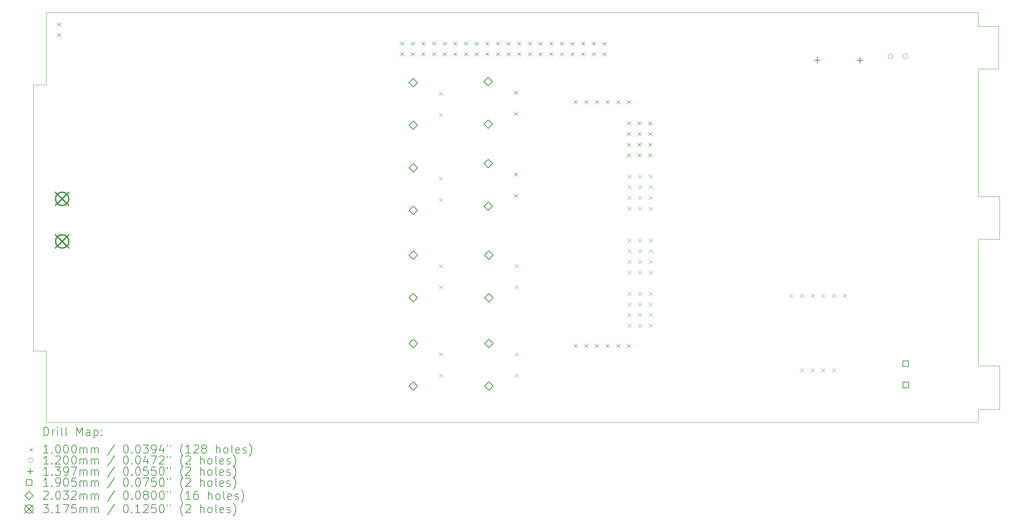
<source format=gbr>
%TF.GenerationSoftware,KiCad,Pcbnew,(6.0.10-0)*%
%TF.CreationDate,2023-01-03T15:39:17-08:00*%
%TF.ProjectId,lasagna-motherboard,6c617361-676e-4612-9d6d-6f7468657262,v0.1*%
%TF.SameCoordinates,Original*%
%TF.FileFunction,Drillmap*%
%TF.FilePolarity,Positive*%
%FSLAX45Y45*%
G04 Gerber Fmt 4.5, Leading zero omitted, Abs format (unit mm)*
G04 Created by KiCad (PCBNEW (6.0.10-0)) date 2023-01-03 15:39:17*
%MOMM*%
%LPD*%
G01*
G04 APERTURE LIST*
%ADD10C,0.100000*%
%ADD11C,0.200000*%
%ADD12C,0.120000*%
%ADD13C,0.139700*%
%ADD14C,0.190500*%
%ADD15C,0.203200*%
%ADD16C,0.317500*%
G04 APERTURE END LIST*
D10*
X26568400Y-14757400D02*
X26060400Y-14757400D01*
X26568400Y-15798800D02*
X26568400Y-14757400D01*
X26543000Y-6654800D02*
X26060400Y-6654800D01*
X3835400Y-16103600D02*
X26060400Y-16103600D01*
X3835400Y-8051800D02*
X3530600Y-8051800D01*
X26543000Y-7670800D02*
X26543000Y-6654800D01*
X3835400Y-14401800D02*
X3835400Y-16103600D01*
X26060400Y-6654800D02*
X26060400Y-6324600D01*
X26060400Y-11734800D02*
X26568400Y-11734800D01*
X3530600Y-14401800D02*
X3835400Y-14401800D01*
X26568400Y-11734800D02*
X26568400Y-10718800D01*
X26060400Y-10718800D02*
X26060400Y-7670800D01*
X26568400Y-10718800D02*
X26060400Y-10718800D01*
X3835400Y-6324600D02*
X3835400Y-8051800D01*
X26060400Y-15798800D02*
X26568400Y-15798800D01*
X26060400Y-7670800D02*
X26543000Y-7670800D01*
X26060400Y-16103600D02*
X26060400Y-15798800D01*
X3530600Y-8051800D02*
X3530600Y-14401800D01*
X26060400Y-14757400D02*
X26060400Y-11734800D01*
X26060400Y-6324600D02*
X3835400Y-6324600D01*
D11*
D10*
X4090200Y-6554000D02*
X4190200Y-6654000D01*
X4190200Y-6554000D02*
X4090200Y-6654000D01*
X4090200Y-6808000D02*
X4190200Y-6908000D01*
X4190200Y-6808000D02*
X4090200Y-6908000D01*
X12269000Y-7011200D02*
X12369000Y-7111200D01*
X12369000Y-7011200D02*
X12269000Y-7111200D01*
X12269000Y-7265200D02*
X12369000Y-7365200D01*
X12369000Y-7265200D02*
X12269000Y-7365200D01*
X12523000Y-7011200D02*
X12623000Y-7111200D01*
X12623000Y-7011200D02*
X12523000Y-7111200D01*
X12523000Y-7265200D02*
X12623000Y-7365200D01*
X12623000Y-7265200D02*
X12523000Y-7365200D01*
X12777000Y-7011200D02*
X12877000Y-7111200D01*
X12877000Y-7011200D02*
X12777000Y-7111200D01*
X12777000Y-7265200D02*
X12877000Y-7365200D01*
X12877000Y-7265200D02*
X12777000Y-7365200D01*
X13031000Y-7011200D02*
X13131000Y-7111200D01*
X13131000Y-7011200D02*
X13031000Y-7111200D01*
X13031000Y-7265200D02*
X13131000Y-7365200D01*
X13131000Y-7265200D02*
X13031000Y-7365200D01*
X13196100Y-8205000D02*
X13296100Y-8305000D01*
X13296100Y-8205000D02*
X13196100Y-8305000D01*
X13196100Y-8713000D02*
X13296100Y-8813000D01*
X13296100Y-8713000D02*
X13196100Y-8813000D01*
X13196100Y-10237000D02*
X13296100Y-10337000D01*
X13296100Y-10237000D02*
X13196100Y-10337000D01*
X13196100Y-10745000D02*
X13296100Y-10845000D01*
X13296100Y-10745000D02*
X13196100Y-10845000D01*
X13196100Y-12319800D02*
X13296100Y-12419800D01*
X13296100Y-12319800D02*
X13196100Y-12419800D01*
X13196100Y-12827800D02*
X13296100Y-12927800D01*
X13296100Y-12827800D02*
X13196100Y-12927800D01*
X13196100Y-14428000D02*
X13296100Y-14528000D01*
X13296100Y-14428000D02*
X13196100Y-14528000D01*
X13196100Y-14936000D02*
X13296100Y-15036000D01*
X13296100Y-14936000D02*
X13196100Y-15036000D01*
X13285000Y-7011200D02*
X13385000Y-7111200D01*
X13385000Y-7011200D02*
X13285000Y-7111200D01*
X13285000Y-7265200D02*
X13385000Y-7365200D01*
X13385000Y-7265200D02*
X13285000Y-7365200D01*
X13539000Y-7011200D02*
X13639000Y-7111200D01*
X13639000Y-7011200D02*
X13539000Y-7111200D01*
X13539000Y-7265200D02*
X13639000Y-7365200D01*
X13639000Y-7265200D02*
X13539000Y-7365200D01*
X13793000Y-7011200D02*
X13893000Y-7111200D01*
X13893000Y-7011200D02*
X13793000Y-7111200D01*
X13793000Y-7265200D02*
X13893000Y-7365200D01*
X13893000Y-7265200D02*
X13793000Y-7365200D01*
X14047000Y-7011200D02*
X14147000Y-7111200D01*
X14147000Y-7011200D02*
X14047000Y-7111200D01*
X14047000Y-7265200D02*
X14147000Y-7365200D01*
X14147000Y-7265200D02*
X14047000Y-7365200D01*
X14301000Y-7011200D02*
X14401000Y-7111200D01*
X14401000Y-7011200D02*
X14301000Y-7111200D01*
X14301000Y-7265200D02*
X14401000Y-7365200D01*
X14401000Y-7265200D02*
X14301000Y-7365200D01*
X14555000Y-7011200D02*
X14655000Y-7111200D01*
X14655000Y-7011200D02*
X14555000Y-7111200D01*
X14555000Y-7265200D02*
X14655000Y-7365200D01*
X14655000Y-7265200D02*
X14555000Y-7365200D01*
X14809000Y-7011200D02*
X14909000Y-7111200D01*
X14909000Y-7011200D02*
X14809000Y-7111200D01*
X14809000Y-7265200D02*
X14909000Y-7365200D01*
X14909000Y-7265200D02*
X14809000Y-7365200D01*
X14986800Y-8179600D02*
X15086800Y-8279600D01*
X15086800Y-8179600D02*
X14986800Y-8279600D01*
X14986800Y-8687600D02*
X15086800Y-8787600D01*
X15086800Y-8687600D02*
X14986800Y-8787600D01*
X14986800Y-10135400D02*
X15086800Y-10235400D01*
X15086800Y-10135400D02*
X14986800Y-10235400D01*
X14986800Y-10643400D02*
X15086800Y-10743400D01*
X15086800Y-10643400D02*
X14986800Y-10743400D01*
X14999500Y-12319800D02*
X15099500Y-12419800D01*
X15099500Y-12319800D02*
X14999500Y-12419800D01*
X14999500Y-12827800D02*
X15099500Y-12927800D01*
X15099500Y-12827800D02*
X14999500Y-12927800D01*
X14999500Y-14428000D02*
X15099500Y-14528000D01*
X15099500Y-14428000D02*
X14999500Y-14528000D01*
X14999500Y-14936000D02*
X15099500Y-15036000D01*
X15099500Y-14936000D02*
X14999500Y-15036000D01*
X15063000Y-7011200D02*
X15163000Y-7111200D01*
X15163000Y-7011200D02*
X15063000Y-7111200D01*
X15063000Y-7265200D02*
X15163000Y-7365200D01*
X15163000Y-7265200D02*
X15063000Y-7365200D01*
X15317000Y-7011200D02*
X15417000Y-7111200D01*
X15417000Y-7011200D02*
X15317000Y-7111200D01*
X15317000Y-7265200D02*
X15417000Y-7365200D01*
X15417000Y-7265200D02*
X15317000Y-7365200D01*
X15571000Y-7011200D02*
X15671000Y-7111200D01*
X15671000Y-7011200D02*
X15571000Y-7111200D01*
X15571000Y-7265200D02*
X15671000Y-7365200D01*
X15671000Y-7265200D02*
X15571000Y-7365200D01*
X15825000Y-7011200D02*
X15925000Y-7111200D01*
X15925000Y-7011200D02*
X15825000Y-7111200D01*
X15825000Y-7265200D02*
X15925000Y-7365200D01*
X15925000Y-7265200D02*
X15825000Y-7365200D01*
X16079000Y-7011200D02*
X16179000Y-7111200D01*
X16179000Y-7011200D02*
X16079000Y-7111200D01*
X16079000Y-7265200D02*
X16179000Y-7365200D01*
X16179000Y-7265200D02*
X16079000Y-7365200D01*
X16333000Y-7011200D02*
X16433000Y-7111200D01*
X16433000Y-7011200D02*
X16333000Y-7111200D01*
X16333000Y-7265200D02*
X16433000Y-7365200D01*
X16433000Y-7265200D02*
X16333000Y-7365200D01*
X16409200Y-8408200D02*
X16509200Y-8508200D01*
X16509200Y-8408200D02*
X16409200Y-8508200D01*
X16409200Y-14224800D02*
X16509200Y-14324800D01*
X16509200Y-14224800D02*
X16409200Y-14324800D01*
X16587000Y-7011200D02*
X16687000Y-7111200D01*
X16687000Y-7011200D02*
X16587000Y-7111200D01*
X16587000Y-7265200D02*
X16687000Y-7365200D01*
X16687000Y-7265200D02*
X16587000Y-7365200D01*
X16663200Y-8408200D02*
X16763200Y-8508200D01*
X16763200Y-8408200D02*
X16663200Y-8508200D01*
X16663200Y-14224800D02*
X16763200Y-14324800D01*
X16763200Y-14224800D02*
X16663200Y-14324800D01*
X16841000Y-7011200D02*
X16941000Y-7111200D01*
X16941000Y-7011200D02*
X16841000Y-7111200D01*
X16841000Y-7265200D02*
X16941000Y-7365200D01*
X16941000Y-7265200D02*
X16841000Y-7365200D01*
X16917200Y-8408200D02*
X17017200Y-8508200D01*
X17017200Y-8408200D02*
X16917200Y-8508200D01*
X16917200Y-14224800D02*
X17017200Y-14324800D01*
X17017200Y-14224800D02*
X16917200Y-14324800D01*
X17095000Y-7011200D02*
X17195000Y-7111200D01*
X17195000Y-7011200D02*
X17095000Y-7111200D01*
X17095000Y-7265200D02*
X17195000Y-7365200D01*
X17195000Y-7265200D02*
X17095000Y-7365200D01*
X17171200Y-8408200D02*
X17271200Y-8508200D01*
X17271200Y-8408200D02*
X17171200Y-8508200D01*
X17171200Y-14224800D02*
X17271200Y-14324800D01*
X17271200Y-14224800D02*
X17171200Y-14324800D01*
X17425200Y-8408200D02*
X17525200Y-8508200D01*
X17525200Y-8408200D02*
X17425200Y-8508200D01*
X17425200Y-14224800D02*
X17525200Y-14324800D01*
X17525200Y-14224800D02*
X17425200Y-14324800D01*
X17679200Y-8408200D02*
X17779200Y-8508200D01*
X17779200Y-8408200D02*
X17679200Y-8508200D01*
X17679200Y-8916200D02*
X17779200Y-9016200D01*
X17779200Y-8916200D02*
X17679200Y-9016200D01*
X17679200Y-9170200D02*
X17779200Y-9270200D01*
X17779200Y-9170200D02*
X17679200Y-9270200D01*
X17679200Y-9424200D02*
X17779200Y-9524200D01*
X17779200Y-9424200D02*
X17679200Y-9524200D01*
X17679200Y-9678200D02*
X17779200Y-9778200D01*
X17779200Y-9678200D02*
X17679200Y-9778200D01*
X17679200Y-14224800D02*
X17779200Y-14324800D01*
X17779200Y-14224800D02*
X17679200Y-14324800D01*
X17691900Y-10186200D02*
X17791900Y-10286200D01*
X17791900Y-10186200D02*
X17691900Y-10286200D01*
X17691900Y-10440200D02*
X17791900Y-10540200D01*
X17791900Y-10440200D02*
X17691900Y-10540200D01*
X17691900Y-10694200D02*
X17791900Y-10794200D01*
X17791900Y-10694200D02*
X17691900Y-10794200D01*
X17691900Y-10948200D02*
X17791900Y-11048200D01*
X17791900Y-10948200D02*
X17691900Y-11048200D01*
X17691900Y-11710200D02*
X17791900Y-11810200D01*
X17791900Y-11710200D02*
X17691900Y-11810200D01*
X17691900Y-11964200D02*
X17791900Y-12064200D01*
X17791900Y-11964200D02*
X17691900Y-12064200D01*
X17691900Y-12218200D02*
X17791900Y-12318200D01*
X17791900Y-12218200D02*
X17691900Y-12318200D01*
X17691900Y-12472200D02*
X17791900Y-12572200D01*
X17791900Y-12472200D02*
X17691900Y-12572200D01*
X17691900Y-12980200D02*
X17791900Y-13080200D01*
X17791900Y-12980200D02*
X17691900Y-13080200D01*
X17691900Y-13234200D02*
X17791900Y-13334200D01*
X17791900Y-13234200D02*
X17691900Y-13334200D01*
X17691900Y-13488200D02*
X17791900Y-13588200D01*
X17791900Y-13488200D02*
X17691900Y-13588200D01*
X17691900Y-13742200D02*
X17791900Y-13842200D01*
X17791900Y-13742200D02*
X17691900Y-13842200D01*
X17933200Y-8916200D02*
X18033200Y-9016200D01*
X18033200Y-8916200D02*
X17933200Y-9016200D01*
X17933200Y-9170200D02*
X18033200Y-9270200D01*
X18033200Y-9170200D02*
X17933200Y-9270200D01*
X17933200Y-9424200D02*
X18033200Y-9524200D01*
X18033200Y-9424200D02*
X17933200Y-9524200D01*
X17933200Y-9678200D02*
X18033200Y-9778200D01*
X18033200Y-9678200D02*
X17933200Y-9778200D01*
X17945900Y-10186200D02*
X18045900Y-10286200D01*
X18045900Y-10186200D02*
X17945900Y-10286200D01*
X17945900Y-10440200D02*
X18045900Y-10540200D01*
X18045900Y-10440200D02*
X17945900Y-10540200D01*
X17945900Y-10694200D02*
X18045900Y-10794200D01*
X18045900Y-10694200D02*
X17945900Y-10794200D01*
X17945900Y-10948200D02*
X18045900Y-11048200D01*
X18045900Y-10948200D02*
X17945900Y-11048200D01*
X17945900Y-11710200D02*
X18045900Y-11810200D01*
X18045900Y-11710200D02*
X17945900Y-11810200D01*
X17945900Y-11964200D02*
X18045900Y-12064200D01*
X18045900Y-11964200D02*
X17945900Y-12064200D01*
X17945900Y-12218200D02*
X18045900Y-12318200D01*
X18045900Y-12218200D02*
X17945900Y-12318200D01*
X17945900Y-12472200D02*
X18045900Y-12572200D01*
X18045900Y-12472200D02*
X17945900Y-12572200D01*
X17945900Y-12980200D02*
X18045900Y-13080200D01*
X18045900Y-12980200D02*
X17945900Y-13080200D01*
X17945900Y-13234200D02*
X18045900Y-13334200D01*
X18045900Y-13234200D02*
X17945900Y-13334200D01*
X17945900Y-13488200D02*
X18045900Y-13588200D01*
X18045900Y-13488200D02*
X17945900Y-13588200D01*
X17945900Y-13742200D02*
X18045900Y-13842200D01*
X18045900Y-13742200D02*
X17945900Y-13842200D01*
X18187200Y-8916200D02*
X18287200Y-9016200D01*
X18287200Y-8916200D02*
X18187200Y-9016200D01*
X18187200Y-9170200D02*
X18287200Y-9270200D01*
X18287200Y-9170200D02*
X18187200Y-9270200D01*
X18187200Y-9424200D02*
X18287200Y-9524200D01*
X18287200Y-9424200D02*
X18187200Y-9524200D01*
X18187200Y-9678200D02*
X18287200Y-9778200D01*
X18287200Y-9678200D02*
X18187200Y-9778200D01*
X18199900Y-10186200D02*
X18299900Y-10286200D01*
X18299900Y-10186200D02*
X18199900Y-10286200D01*
X18199900Y-10440200D02*
X18299900Y-10540200D01*
X18299900Y-10440200D02*
X18199900Y-10540200D01*
X18199900Y-10694200D02*
X18299900Y-10794200D01*
X18299900Y-10694200D02*
X18199900Y-10794200D01*
X18199900Y-10948200D02*
X18299900Y-11048200D01*
X18299900Y-10948200D02*
X18199900Y-11048200D01*
X18199900Y-11710200D02*
X18299900Y-11810200D01*
X18299900Y-11710200D02*
X18199900Y-11810200D01*
X18199900Y-11964200D02*
X18299900Y-12064200D01*
X18299900Y-11964200D02*
X18199900Y-12064200D01*
X18199900Y-12218200D02*
X18299900Y-12318200D01*
X18299900Y-12218200D02*
X18199900Y-12318200D01*
X18199900Y-12472200D02*
X18299900Y-12572200D01*
X18299900Y-12472200D02*
X18199900Y-12572200D01*
X18199900Y-12980200D02*
X18299900Y-13080200D01*
X18299900Y-12980200D02*
X18199900Y-13080200D01*
X18199900Y-13234200D02*
X18299900Y-13334200D01*
X18299900Y-13234200D02*
X18199900Y-13334200D01*
X18199900Y-13488200D02*
X18299900Y-13588200D01*
X18299900Y-13488200D02*
X18199900Y-13588200D01*
X18199900Y-13742200D02*
X18299900Y-13842200D01*
X18299900Y-13742200D02*
X18199900Y-13842200D01*
X21552700Y-13031000D02*
X21652700Y-13131000D01*
X21652700Y-13031000D02*
X21552700Y-13131000D01*
X21806700Y-13031000D02*
X21906700Y-13131000D01*
X21906700Y-13031000D02*
X21806700Y-13131000D01*
X21806700Y-14809000D02*
X21906700Y-14909000D01*
X21906700Y-14809000D02*
X21806700Y-14909000D01*
X22060700Y-13031000D02*
X22160700Y-13131000D01*
X22160700Y-13031000D02*
X22060700Y-13131000D01*
X22060700Y-14809000D02*
X22160700Y-14909000D01*
X22160700Y-14809000D02*
X22060700Y-14909000D01*
X22314700Y-13031000D02*
X22414700Y-13131000D01*
X22414700Y-13031000D02*
X22314700Y-13131000D01*
X22314700Y-14809000D02*
X22414700Y-14909000D01*
X22414700Y-14809000D02*
X22314700Y-14909000D01*
X22568700Y-13031000D02*
X22668700Y-13131000D01*
X22668700Y-13031000D02*
X22568700Y-13131000D01*
X22568700Y-14809000D02*
X22668700Y-14909000D01*
X22668700Y-14809000D02*
X22568700Y-14909000D01*
X22822700Y-13031000D02*
X22922700Y-13131000D01*
X22922700Y-13031000D02*
X22822700Y-13131000D01*
D12*
X24031200Y-7366000D02*
G75*
G03*
X24031200Y-7366000I-60000J0D01*
G01*
X24381300Y-7366000D02*
G75*
G03*
X24381300Y-7366000I-60000J0D01*
G01*
D13*
X22225000Y-7391350D02*
X22225000Y-7531050D01*
X22155150Y-7461200D02*
X22294850Y-7461200D01*
X23241000Y-7391350D02*
X23241000Y-7531050D01*
X23171150Y-7461200D02*
X23310850Y-7461200D01*
D14*
X24400553Y-14773953D02*
X24400553Y-14639247D01*
X24265847Y-14639247D01*
X24265847Y-14773953D01*
X24400553Y-14773953D01*
X24400553Y-15281953D02*
X24400553Y-15147247D01*
X24265847Y-15147247D01*
X24265847Y-15281953D01*
X24400553Y-15281953D01*
D15*
X12585700Y-8102600D02*
X12687300Y-8001000D01*
X12585700Y-7899400D01*
X12484100Y-8001000D01*
X12585700Y-8102600D01*
X12585700Y-9118600D02*
X12687300Y-9017000D01*
X12585700Y-8915400D01*
X12484100Y-9017000D01*
X12585700Y-9118600D01*
X12585700Y-10134600D02*
X12687300Y-10033000D01*
X12585700Y-9931400D01*
X12484100Y-10033000D01*
X12585700Y-10134600D01*
X12585700Y-11150600D02*
X12687300Y-11049000D01*
X12585700Y-10947400D01*
X12484100Y-11049000D01*
X12585700Y-11150600D01*
X12585700Y-12217400D02*
X12687300Y-12115800D01*
X12585700Y-12014200D01*
X12484100Y-12115800D01*
X12585700Y-12217400D01*
X12585700Y-13233400D02*
X12687300Y-13131800D01*
X12585700Y-13030200D01*
X12484100Y-13131800D01*
X12585700Y-13233400D01*
X12585700Y-14325600D02*
X12687300Y-14224000D01*
X12585700Y-14122400D01*
X12484100Y-14224000D01*
X12585700Y-14325600D01*
X12585700Y-15341600D02*
X12687300Y-15240000D01*
X12585700Y-15138400D01*
X12484100Y-15240000D01*
X12585700Y-15341600D01*
X14376400Y-8077200D02*
X14478000Y-7975600D01*
X14376400Y-7874000D01*
X14274800Y-7975600D01*
X14376400Y-8077200D01*
X14376400Y-9093200D02*
X14478000Y-8991600D01*
X14376400Y-8890000D01*
X14274800Y-8991600D01*
X14376400Y-9093200D01*
X14376400Y-10033000D02*
X14478000Y-9931400D01*
X14376400Y-9829800D01*
X14274800Y-9931400D01*
X14376400Y-10033000D01*
X14376400Y-11049000D02*
X14478000Y-10947400D01*
X14376400Y-10845800D01*
X14274800Y-10947400D01*
X14376400Y-11049000D01*
X14389100Y-12217400D02*
X14490700Y-12115800D01*
X14389100Y-12014200D01*
X14287500Y-12115800D01*
X14389100Y-12217400D01*
X14389100Y-13233400D02*
X14490700Y-13131800D01*
X14389100Y-13030200D01*
X14287500Y-13131800D01*
X14389100Y-13233400D01*
X14389100Y-14325600D02*
X14490700Y-14224000D01*
X14389100Y-14122400D01*
X14287500Y-14224000D01*
X14389100Y-14325600D01*
X14389100Y-15341600D02*
X14490700Y-15240000D01*
X14389100Y-15138400D01*
X14287500Y-15240000D01*
X14389100Y-15341600D01*
D16*
X4057650Y-10610850D02*
X4375150Y-10928350D01*
X4375150Y-10610850D02*
X4057650Y-10928350D01*
X4375150Y-10769600D02*
G75*
G03*
X4375150Y-10769600I-158750J0D01*
G01*
X4057650Y-11626850D02*
X4375150Y-11944350D01*
X4375150Y-11626850D02*
X4057650Y-11944350D01*
X4375150Y-11785600D02*
G75*
G03*
X4375150Y-11785600I-158750J0D01*
G01*
D11*
X3783219Y-16419076D02*
X3783219Y-16219076D01*
X3830838Y-16219076D01*
X3859409Y-16228600D01*
X3878457Y-16247648D01*
X3887981Y-16266695D01*
X3897505Y-16304790D01*
X3897505Y-16333362D01*
X3887981Y-16371457D01*
X3878457Y-16390505D01*
X3859409Y-16409552D01*
X3830838Y-16419076D01*
X3783219Y-16419076D01*
X3983219Y-16419076D02*
X3983219Y-16285743D01*
X3983219Y-16323838D02*
X3992743Y-16304790D01*
X4002267Y-16295267D01*
X4021314Y-16285743D01*
X4040362Y-16285743D01*
X4107028Y-16419076D02*
X4107028Y-16285743D01*
X4107028Y-16219076D02*
X4097505Y-16228600D01*
X4107028Y-16238124D01*
X4116552Y-16228600D01*
X4107028Y-16219076D01*
X4107028Y-16238124D01*
X4230838Y-16419076D02*
X4211790Y-16409552D01*
X4202267Y-16390505D01*
X4202267Y-16219076D01*
X4335600Y-16419076D02*
X4316552Y-16409552D01*
X4307029Y-16390505D01*
X4307029Y-16219076D01*
X4564171Y-16419076D02*
X4564171Y-16219076D01*
X4630838Y-16361933D01*
X4697505Y-16219076D01*
X4697505Y-16419076D01*
X4878457Y-16419076D02*
X4878457Y-16314314D01*
X4868933Y-16295267D01*
X4849886Y-16285743D01*
X4811790Y-16285743D01*
X4792743Y-16295267D01*
X4878457Y-16409552D02*
X4859410Y-16419076D01*
X4811790Y-16419076D01*
X4792743Y-16409552D01*
X4783219Y-16390505D01*
X4783219Y-16371457D01*
X4792743Y-16352409D01*
X4811790Y-16342886D01*
X4859410Y-16342886D01*
X4878457Y-16333362D01*
X4973695Y-16285743D02*
X4973695Y-16485743D01*
X4973695Y-16295267D02*
X4992743Y-16285743D01*
X5030838Y-16285743D01*
X5049886Y-16295267D01*
X5059410Y-16304790D01*
X5068933Y-16323838D01*
X5068933Y-16380981D01*
X5059410Y-16400028D01*
X5049886Y-16409552D01*
X5030838Y-16419076D01*
X4992743Y-16419076D01*
X4973695Y-16409552D01*
X5154648Y-16400028D02*
X5164171Y-16409552D01*
X5154648Y-16419076D01*
X5145124Y-16409552D01*
X5154648Y-16400028D01*
X5154648Y-16419076D01*
X5154648Y-16295267D02*
X5164171Y-16304790D01*
X5154648Y-16314314D01*
X5145124Y-16304790D01*
X5154648Y-16295267D01*
X5154648Y-16314314D01*
D10*
X3425600Y-16698600D02*
X3525600Y-16798600D01*
X3525600Y-16698600D02*
X3425600Y-16798600D01*
D11*
X3887981Y-16839076D02*
X3773695Y-16839076D01*
X3830838Y-16839076D02*
X3830838Y-16639076D01*
X3811790Y-16667648D01*
X3792743Y-16686695D01*
X3773695Y-16696219D01*
X3973695Y-16820029D02*
X3983219Y-16829552D01*
X3973695Y-16839076D01*
X3964171Y-16829552D01*
X3973695Y-16820029D01*
X3973695Y-16839076D01*
X4107028Y-16639076D02*
X4126076Y-16639076D01*
X4145124Y-16648600D01*
X4154648Y-16658124D01*
X4164171Y-16677171D01*
X4173695Y-16715267D01*
X4173695Y-16762886D01*
X4164171Y-16800981D01*
X4154648Y-16820029D01*
X4145124Y-16829552D01*
X4126076Y-16839076D01*
X4107028Y-16839076D01*
X4087981Y-16829552D01*
X4078457Y-16820029D01*
X4068933Y-16800981D01*
X4059409Y-16762886D01*
X4059409Y-16715267D01*
X4068933Y-16677171D01*
X4078457Y-16658124D01*
X4087981Y-16648600D01*
X4107028Y-16639076D01*
X4297505Y-16639076D02*
X4316552Y-16639076D01*
X4335600Y-16648600D01*
X4345124Y-16658124D01*
X4354648Y-16677171D01*
X4364171Y-16715267D01*
X4364171Y-16762886D01*
X4354648Y-16800981D01*
X4345124Y-16820029D01*
X4335600Y-16829552D01*
X4316552Y-16839076D01*
X4297505Y-16839076D01*
X4278457Y-16829552D01*
X4268933Y-16820029D01*
X4259410Y-16800981D01*
X4249886Y-16762886D01*
X4249886Y-16715267D01*
X4259410Y-16677171D01*
X4268933Y-16658124D01*
X4278457Y-16648600D01*
X4297505Y-16639076D01*
X4487981Y-16639076D02*
X4507029Y-16639076D01*
X4526076Y-16648600D01*
X4535600Y-16658124D01*
X4545124Y-16677171D01*
X4554648Y-16715267D01*
X4554648Y-16762886D01*
X4545124Y-16800981D01*
X4535600Y-16820029D01*
X4526076Y-16829552D01*
X4507029Y-16839076D01*
X4487981Y-16839076D01*
X4468933Y-16829552D01*
X4459410Y-16820029D01*
X4449886Y-16800981D01*
X4440362Y-16762886D01*
X4440362Y-16715267D01*
X4449886Y-16677171D01*
X4459410Y-16658124D01*
X4468933Y-16648600D01*
X4487981Y-16639076D01*
X4640362Y-16839076D02*
X4640362Y-16705743D01*
X4640362Y-16724790D02*
X4649886Y-16715267D01*
X4668933Y-16705743D01*
X4697505Y-16705743D01*
X4716552Y-16715267D01*
X4726076Y-16734314D01*
X4726076Y-16839076D01*
X4726076Y-16734314D02*
X4735600Y-16715267D01*
X4754648Y-16705743D01*
X4783219Y-16705743D01*
X4802267Y-16715267D01*
X4811790Y-16734314D01*
X4811790Y-16839076D01*
X4907029Y-16839076D02*
X4907029Y-16705743D01*
X4907029Y-16724790D02*
X4916552Y-16715267D01*
X4935600Y-16705743D01*
X4964171Y-16705743D01*
X4983219Y-16715267D01*
X4992743Y-16734314D01*
X4992743Y-16839076D01*
X4992743Y-16734314D02*
X5002267Y-16715267D01*
X5021314Y-16705743D01*
X5049886Y-16705743D01*
X5068933Y-16715267D01*
X5078457Y-16734314D01*
X5078457Y-16839076D01*
X5468933Y-16629552D02*
X5297505Y-16886695D01*
X5726076Y-16639076D02*
X5745124Y-16639076D01*
X5764171Y-16648600D01*
X5773695Y-16658124D01*
X5783219Y-16677171D01*
X5792743Y-16715267D01*
X5792743Y-16762886D01*
X5783219Y-16800981D01*
X5773695Y-16820029D01*
X5764171Y-16829552D01*
X5745124Y-16839076D01*
X5726076Y-16839076D01*
X5707028Y-16829552D01*
X5697505Y-16820029D01*
X5687981Y-16800981D01*
X5678457Y-16762886D01*
X5678457Y-16715267D01*
X5687981Y-16677171D01*
X5697505Y-16658124D01*
X5707028Y-16648600D01*
X5726076Y-16639076D01*
X5878457Y-16820029D02*
X5887981Y-16829552D01*
X5878457Y-16839076D01*
X5868933Y-16829552D01*
X5878457Y-16820029D01*
X5878457Y-16839076D01*
X6011790Y-16639076D02*
X6030838Y-16639076D01*
X6049886Y-16648600D01*
X6059409Y-16658124D01*
X6068933Y-16677171D01*
X6078457Y-16715267D01*
X6078457Y-16762886D01*
X6068933Y-16800981D01*
X6059409Y-16820029D01*
X6049886Y-16829552D01*
X6030838Y-16839076D01*
X6011790Y-16839076D01*
X5992743Y-16829552D01*
X5983219Y-16820029D01*
X5973695Y-16800981D01*
X5964171Y-16762886D01*
X5964171Y-16715267D01*
X5973695Y-16677171D01*
X5983219Y-16658124D01*
X5992743Y-16648600D01*
X6011790Y-16639076D01*
X6145124Y-16639076D02*
X6268933Y-16639076D01*
X6202267Y-16715267D01*
X6230838Y-16715267D01*
X6249886Y-16724790D01*
X6259409Y-16734314D01*
X6268933Y-16753362D01*
X6268933Y-16800981D01*
X6259409Y-16820029D01*
X6249886Y-16829552D01*
X6230838Y-16839076D01*
X6173695Y-16839076D01*
X6154648Y-16829552D01*
X6145124Y-16820029D01*
X6364171Y-16839076D02*
X6402267Y-16839076D01*
X6421314Y-16829552D01*
X6430838Y-16820029D01*
X6449886Y-16791457D01*
X6459409Y-16753362D01*
X6459409Y-16677171D01*
X6449886Y-16658124D01*
X6440362Y-16648600D01*
X6421314Y-16639076D01*
X6383219Y-16639076D01*
X6364171Y-16648600D01*
X6354648Y-16658124D01*
X6345124Y-16677171D01*
X6345124Y-16724790D01*
X6354648Y-16743838D01*
X6364171Y-16753362D01*
X6383219Y-16762886D01*
X6421314Y-16762886D01*
X6440362Y-16753362D01*
X6449886Y-16743838D01*
X6459409Y-16724790D01*
X6630838Y-16705743D02*
X6630838Y-16839076D01*
X6583219Y-16629552D02*
X6535600Y-16772409D01*
X6659409Y-16772409D01*
X6726076Y-16639076D02*
X6726076Y-16677171D01*
X6802267Y-16639076D02*
X6802267Y-16677171D01*
X7097505Y-16915267D02*
X7087981Y-16905743D01*
X7068933Y-16877171D01*
X7059409Y-16858124D01*
X7049886Y-16829552D01*
X7040362Y-16781933D01*
X7040362Y-16743838D01*
X7049886Y-16696219D01*
X7059409Y-16667648D01*
X7068933Y-16648600D01*
X7087981Y-16620028D01*
X7097505Y-16610505D01*
X7278457Y-16839076D02*
X7164171Y-16839076D01*
X7221314Y-16839076D02*
X7221314Y-16639076D01*
X7202267Y-16667648D01*
X7183219Y-16686695D01*
X7164171Y-16696219D01*
X7354648Y-16658124D02*
X7364171Y-16648600D01*
X7383219Y-16639076D01*
X7430838Y-16639076D01*
X7449886Y-16648600D01*
X7459409Y-16658124D01*
X7468933Y-16677171D01*
X7468933Y-16696219D01*
X7459409Y-16724790D01*
X7345124Y-16839076D01*
X7468933Y-16839076D01*
X7583219Y-16724790D02*
X7564171Y-16715267D01*
X7554648Y-16705743D01*
X7545124Y-16686695D01*
X7545124Y-16677171D01*
X7554648Y-16658124D01*
X7564171Y-16648600D01*
X7583219Y-16639076D01*
X7621314Y-16639076D01*
X7640362Y-16648600D01*
X7649886Y-16658124D01*
X7659409Y-16677171D01*
X7659409Y-16686695D01*
X7649886Y-16705743D01*
X7640362Y-16715267D01*
X7621314Y-16724790D01*
X7583219Y-16724790D01*
X7564171Y-16734314D01*
X7554648Y-16743838D01*
X7545124Y-16762886D01*
X7545124Y-16800981D01*
X7554648Y-16820029D01*
X7564171Y-16829552D01*
X7583219Y-16839076D01*
X7621314Y-16839076D01*
X7640362Y-16829552D01*
X7649886Y-16820029D01*
X7659409Y-16800981D01*
X7659409Y-16762886D01*
X7649886Y-16743838D01*
X7640362Y-16734314D01*
X7621314Y-16724790D01*
X7897505Y-16839076D02*
X7897505Y-16639076D01*
X7983219Y-16839076D02*
X7983219Y-16734314D01*
X7973695Y-16715267D01*
X7954648Y-16705743D01*
X7926076Y-16705743D01*
X7907028Y-16715267D01*
X7897505Y-16724790D01*
X8107028Y-16839076D02*
X8087981Y-16829552D01*
X8078457Y-16820029D01*
X8068933Y-16800981D01*
X8068933Y-16743838D01*
X8078457Y-16724790D01*
X8087981Y-16715267D01*
X8107028Y-16705743D01*
X8135600Y-16705743D01*
X8154648Y-16715267D01*
X8164171Y-16724790D01*
X8173695Y-16743838D01*
X8173695Y-16800981D01*
X8164171Y-16820029D01*
X8154648Y-16829552D01*
X8135600Y-16839076D01*
X8107028Y-16839076D01*
X8287981Y-16839076D02*
X8268933Y-16829552D01*
X8259409Y-16810505D01*
X8259409Y-16639076D01*
X8440362Y-16829552D02*
X8421314Y-16839076D01*
X8383219Y-16839076D01*
X8364171Y-16829552D01*
X8354648Y-16810505D01*
X8354648Y-16734314D01*
X8364171Y-16715267D01*
X8383219Y-16705743D01*
X8421314Y-16705743D01*
X8440362Y-16715267D01*
X8449886Y-16734314D01*
X8449886Y-16753362D01*
X8354648Y-16772409D01*
X8526076Y-16829552D02*
X8545124Y-16839076D01*
X8583219Y-16839076D01*
X8602267Y-16829552D01*
X8611790Y-16810505D01*
X8611790Y-16800981D01*
X8602267Y-16781933D01*
X8583219Y-16772409D01*
X8554648Y-16772409D01*
X8535600Y-16762886D01*
X8526076Y-16743838D01*
X8526076Y-16734314D01*
X8535600Y-16715267D01*
X8554648Y-16705743D01*
X8583219Y-16705743D01*
X8602267Y-16715267D01*
X8678457Y-16915267D02*
X8687981Y-16905743D01*
X8707029Y-16877171D01*
X8716552Y-16858124D01*
X8726076Y-16829552D01*
X8735600Y-16781933D01*
X8735600Y-16743838D01*
X8726076Y-16696219D01*
X8716552Y-16667648D01*
X8707029Y-16648600D01*
X8687981Y-16620028D01*
X8678457Y-16610505D01*
D12*
X3525600Y-17012600D02*
G75*
G03*
X3525600Y-17012600I-60000J0D01*
G01*
D11*
X3887981Y-17103076D02*
X3773695Y-17103076D01*
X3830838Y-17103076D02*
X3830838Y-16903076D01*
X3811790Y-16931648D01*
X3792743Y-16950695D01*
X3773695Y-16960219D01*
X3973695Y-17084029D02*
X3983219Y-17093552D01*
X3973695Y-17103076D01*
X3964171Y-17093552D01*
X3973695Y-17084029D01*
X3973695Y-17103076D01*
X4059409Y-16922124D02*
X4068933Y-16912600D01*
X4087981Y-16903076D01*
X4135600Y-16903076D01*
X4154648Y-16912600D01*
X4164171Y-16922124D01*
X4173695Y-16941171D01*
X4173695Y-16960219D01*
X4164171Y-16988790D01*
X4049886Y-17103076D01*
X4173695Y-17103076D01*
X4297505Y-16903076D02*
X4316552Y-16903076D01*
X4335600Y-16912600D01*
X4345124Y-16922124D01*
X4354648Y-16941171D01*
X4364171Y-16979267D01*
X4364171Y-17026886D01*
X4354648Y-17064981D01*
X4345124Y-17084029D01*
X4335600Y-17093552D01*
X4316552Y-17103076D01*
X4297505Y-17103076D01*
X4278457Y-17093552D01*
X4268933Y-17084029D01*
X4259410Y-17064981D01*
X4249886Y-17026886D01*
X4249886Y-16979267D01*
X4259410Y-16941171D01*
X4268933Y-16922124D01*
X4278457Y-16912600D01*
X4297505Y-16903076D01*
X4487981Y-16903076D02*
X4507029Y-16903076D01*
X4526076Y-16912600D01*
X4535600Y-16922124D01*
X4545124Y-16941171D01*
X4554648Y-16979267D01*
X4554648Y-17026886D01*
X4545124Y-17064981D01*
X4535600Y-17084029D01*
X4526076Y-17093552D01*
X4507029Y-17103076D01*
X4487981Y-17103076D01*
X4468933Y-17093552D01*
X4459410Y-17084029D01*
X4449886Y-17064981D01*
X4440362Y-17026886D01*
X4440362Y-16979267D01*
X4449886Y-16941171D01*
X4459410Y-16922124D01*
X4468933Y-16912600D01*
X4487981Y-16903076D01*
X4640362Y-17103076D02*
X4640362Y-16969743D01*
X4640362Y-16988790D02*
X4649886Y-16979267D01*
X4668933Y-16969743D01*
X4697505Y-16969743D01*
X4716552Y-16979267D01*
X4726076Y-16998314D01*
X4726076Y-17103076D01*
X4726076Y-16998314D02*
X4735600Y-16979267D01*
X4754648Y-16969743D01*
X4783219Y-16969743D01*
X4802267Y-16979267D01*
X4811790Y-16998314D01*
X4811790Y-17103076D01*
X4907029Y-17103076D02*
X4907029Y-16969743D01*
X4907029Y-16988790D02*
X4916552Y-16979267D01*
X4935600Y-16969743D01*
X4964171Y-16969743D01*
X4983219Y-16979267D01*
X4992743Y-16998314D01*
X4992743Y-17103076D01*
X4992743Y-16998314D02*
X5002267Y-16979267D01*
X5021314Y-16969743D01*
X5049886Y-16969743D01*
X5068933Y-16979267D01*
X5078457Y-16998314D01*
X5078457Y-17103076D01*
X5468933Y-16893552D02*
X5297505Y-17150695D01*
X5726076Y-16903076D02*
X5745124Y-16903076D01*
X5764171Y-16912600D01*
X5773695Y-16922124D01*
X5783219Y-16941171D01*
X5792743Y-16979267D01*
X5792743Y-17026886D01*
X5783219Y-17064981D01*
X5773695Y-17084029D01*
X5764171Y-17093552D01*
X5745124Y-17103076D01*
X5726076Y-17103076D01*
X5707028Y-17093552D01*
X5697505Y-17084029D01*
X5687981Y-17064981D01*
X5678457Y-17026886D01*
X5678457Y-16979267D01*
X5687981Y-16941171D01*
X5697505Y-16922124D01*
X5707028Y-16912600D01*
X5726076Y-16903076D01*
X5878457Y-17084029D02*
X5887981Y-17093552D01*
X5878457Y-17103076D01*
X5868933Y-17093552D01*
X5878457Y-17084029D01*
X5878457Y-17103076D01*
X6011790Y-16903076D02*
X6030838Y-16903076D01*
X6049886Y-16912600D01*
X6059409Y-16922124D01*
X6068933Y-16941171D01*
X6078457Y-16979267D01*
X6078457Y-17026886D01*
X6068933Y-17064981D01*
X6059409Y-17084029D01*
X6049886Y-17093552D01*
X6030838Y-17103076D01*
X6011790Y-17103076D01*
X5992743Y-17093552D01*
X5983219Y-17084029D01*
X5973695Y-17064981D01*
X5964171Y-17026886D01*
X5964171Y-16979267D01*
X5973695Y-16941171D01*
X5983219Y-16922124D01*
X5992743Y-16912600D01*
X6011790Y-16903076D01*
X6249886Y-16969743D02*
X6249886Y-17103076D01*
X6202267Y-16893552D02*
X6154648Y-17036410D01*
X6278457Y-17036410D01*
X6335600Y-16903076D02*
X6468933Y-16903076D01*
X6383219Y-17103076D01*
X6535600Y-16922124D02*
X6545124Y-16912600D01*
X6564171Y-16903076D01*
X6611790Y-16903076D01*
X6630838Y-16912600D01*
X6640362Y-16922124D01*
X6649886Y-16941171D01*
X6649886Y-16960219D01*
X6640362Y-16988790D01*
X6526076Y-17103076D01*
X6649886Y-17103076D01*
X6726076Y-16903076D02*
X6726076Y-16941171D01*
X6802267Y-16903076D02*
X6802267Y-16941171D01*
X7097505Y-17179267D02*
X7087981Y-17169743D01*
X7068933Y-17141171D01*
X7059409Y-17122124D01*
X7049886Y-17093552D01*
X7040362Y-17045933D01*
X7040362Y-17007838D01*
X7049886Y-16960219D01*
X7059409Y-16931648D01*
X7068933Y-16912600D01*
X7087981Y-16884029D01*
X7097505Y-16874505D01*
X7164171Y-16922124D02*
X7173695Y-16912600D01*
X7192743Y-16903076D01*
X7240362Y-16903076D01*
X7259409Y-16912600D01*
X7268933Y-16922124D01*
X7278457Y-16941171D01*
X7278457Y-16960219D01*
X7268933Y-16988790D01*
X7154648Y-17103076D01*
X7278457Y-17103076D01*
X7516552Y-17103076D02*
X7516552Y-16903076D01*
X7602267Y-17103076D02*
X7602267Y-16998314D01*
X7592743Y-16979267D01*
X7573695Y-16969743D01*
X7545124Y-16969743D01*
X7526076Y-16979267D01*
X7516552Y-16988790D01*
X7726076Y-17103076D02*
X7707028Y-17093552D01*
X7697505Y-17084029D01*
X7687981Y-17064981D01*
X7687981Y-17007838D01*
X7697505Y-16988790D01*
X7707028Y-16979267D01*
X7726076Y-16969743D01*
X7754648Y-16969743D01*
X7773695Y-16979267D01*
X7783219Y-16988790D01*
X7792743Y-17007838D01*
X7792743Y-17064981D01*
X7783219Y-17084029D01*
X7773695Y-17093552D01*
X7754648Y-17103076D01*
X7726076Y-17103076D01*
X7907028Y-17103076D02*
X7887981Y-17093552D01*
X7878457Y-17074505D01*
X7878457Y-16903076D01*
X8059409Y-17093552D02*
X8040362Y-17103076D01*
X8002267Y-17103076D01*
X7983219Y-17093552D01*
X7973695Y-17074505D01*
X7973695Y-16998314D01*
X7983219Y-16979267D01*
X8002267Y-16969743D01*
X8040362Y-16969743D01*
X8059409Y-16979267D01*
X8068933Y-16998314D01*
X8068933Y-17017362D01*
X7973695Y-17036410D01*
X8145124Y-17093552D02*
X8164171Y-17103076D01*
X8202267Y-17103076D01*
X8221314Y-17093552D01*
X8230838Y-17074505D01*
X8230838Y-17064981D01*
X8221314Y-17045933D01*
X8202267Y-17036410D01*
X8173695Y-17036410D01*
X8154648Y-17026886D01*
X8145124Y-17007838D01*
X8145124Y-16998314D01*
X8154648Y-16979267D01*
X8173695Y-16969743D01*
X8202267Y-16969743D01*
X8221314Y-16979267D01*
X8297505Y-17179267D02*
X8307028Y-17169743D01*
X8326076Y-17141171D01*
X8335600Y-17122124D01*
X8345124Y-17093552D01*
X8354648Y-17045933D01*
X8354648Y-17007838D01*
X8345124Y-16960219D01*
X8335600Y-16931648D01*
X8326076Y-16912600D01*
X8307028Y-16884029D01*
X8297505Y-16874505D01*
D13*
X3455750Y-17206750D02*
X3455750Y-17346450D01*
X3385900Y-17276600D02*
X3525600Y-17276600D01*
D11*
X3887981Y-17367076D02*
X3773695Y-17367076D01*
X3830838Y-17367076D02*
X3830838Y-17167076D01*
X3811790Y-17195648D01*
X3792743Y-17214695D01*
X3773695Y-17224219D01*
X3973695Y-17348029D02*
X3983219Y-17357552D01*
X3973695Y-17367076D01*
X3964171Y-17357552D01*
X3973695Y-17348029D01*
X3973695Y-17367076D01*
X4049886Y-17167076D02*
X4173695Y-17167076D01*
X4107028Y-17243267D01*
X4135600Y-17243267D01*
X4154648Y-17252790D01*
X4164171Y-17262314D01*
X4173695Y-17281362D01*
X4173695Y-17328981D01*
X4164171Y-17348029D01*
X4154648Y-17357552D01*
X4135600Y-17367076D01*
X4078457Y-17367076D01*
X4059409Y-17357552D01*
X4049886Y-17348029D01*
X4268933Y-17367076D02*
X4307029Y-17367076D01*
X4326076Y-17357552D01*
X4335600Y-17348029D01*
X4354648Y-17319457D01*
X4364171Y-17281362D01*
X4364171Y-17205171D01*
X4354648Y-17186124D01*
X4345124Y-17176600D01*
X4326076Y-17167076D01*
X4287981Y-17167076D01*
X4268933Y-17176600D01*
X4259410Y-17186124D01*
X4249886Y-17205171D01*
X4249886Y-17252790D01*
X4259410Y-17271838D01*
X4268933Y-17281362D01*
X4287981Y-17290886D01*
X4326076Y-17290886D01*
X4345124Y-17281362D01*
X4354648Y-17271838D01*
X4364171Y-17252790D01*
X4430838Y-17167076D02*
X4564171Y-17167076D01*
X4478457Y-17367076D01*
X4640362Y-17367076D02*
X4640362Y-17233743D01*
X4640362Y-17252790D02*
X4649886Y-17243267D01*
X4668933Y-17233743D01*
X4697505Y-17233743D01*
X4716552Y-17243267D01*
X4726076Y-17262314D01*
X4726076Y-17367076D01*
X4726076Y-17262314D02*
X4735600Y-17243267D01*
X4754648Y-17233743D01*
X4783219Y-17233743D01*
X4802267Y-17243267D01*
X4811790Y-17262314D01*
X4811790Y-17367076D01*
X4907029Y-17367076D02*
X4907029Y-17233743D01*
X4907029Y-17252790D02*
X4916552Y-17243267D01*
X4935600Y-17233743D01*
X4964171Y-17233743D01*
X4983219Y-17243267D01*
X4992743Y-17262314D01*
X4992743Y-17367076D01*
X4992743Y-17262314D02*
X5002267Y-17243267D01*
X5021314Y-17233743D01*
X5049886Y-17233743D01*
X5068933Y-17243267D01*
X5078457Y-17262314D01*
X5078457Y-17367076D01*
X5468933Y-17157552D02*
X5297505Y-17414695D01*
X5726076Y-17167076D02*
X5745124Y-17167076D01*
X5764171Y-17176600D01*
X5773695Y-17186124D01*
X5783219Y-17205171D01*
X5792743Y-17243267D01*
X5792743Y-17290886D01*
X5783219Y-17328981D01*
X5773695Y-17348029D01*
X5764171Y-17357552D01*
X5745124Y-17367076D01*
X5726076Y-17367076D01*
X5707028Y-17357552D01*
X5697505Y-17348029D01*
X5687981Y-17328981D01*
X5678457Y-17290886D01*
X5678457Y-17243267D01*
X5687981Y-17205171D01*
X5697505Y-17186124D01*
X5707028Y-17176600D01*
X5726076Y-17167076D01*
X5878457Y-17348029D02*
X5887981Y-17357552D01*
X5878457Y-17367076D01*
X5868933Y-17357552D01*
X5878457Y-17348029D01*
X5878457Y-17367076D01*
X6011790Y-17167076D02*
X6030838Y-17167076D01*
X6049886Y-17176600D01*
X6059409Y-17186124D01*
X6068933Y-17205171D01*
X6078457Y-17243267D01*
X6078457Y-17290886D01*
X6068933Y-17328981D01*
X6059409Y-17348029D01*
X6049886Y-17357552D01*
X6030838Y-17367076D01*
X6011790Y-17367076D01*
X5992743Y-17357552D01*
X5983219Y-17348029D01*
X5973695Y-17328981D01*
X5964171Y-17290886D01*
X5964171Y-17243267D01*
X5973695Y-17205171D01*
X5983219Y-17186124D01*
X5992743Y-17176600D01*
X6011790Y-17167076D01*
X6259409Y-17167076D02*
X6164171Y-17167076D01*
X6154648Y-17262314D01*
X6164171Y-17252790D01*
X6183219Y-17243267D01*
X6230838Y-17243267D01*
X6249886Y-17252790D01*
X6259409Y-17262314D01*
X6268933Y-17281362D01*
X6268933Y-17328981D01*
X6259409Y-17348029D01*
X6249886Y-17357552D01*
X6230838Y-17367076D01*
X6183219Y-17367076D01*
X6164171Y-17357552D01*
X6154648Y-17348029D01*
X6449886Y-17167076D02*
X6354648Y-17167076D01*
X6345124Y-17262314D01*
X6354648Y-17252790D01*
X6373695Y-17243267D01*
X6421314Y-17243267D01*
X6440362Y-17252790D01*
X6449886Y-17262314D01*
X6459409Y-17281362D01*
X6459409Y-17328981D01*
X6449886Y-17348029D01*
X6440362Y-17357552D01*
X6421314Y-17367076D01*
X6373695Y-17367076D01*
X6354648Y-17357552D01*
X6345124Y-17348029D01*
X6583219Y-17167076D02*
X6602267Y-17167076D01*
X6621314Y-17176600D01*
X6630838Y-17186124D01*
X6640362Y-17205171D01*
X6649886Y-17243267D01*
X6649886Y-17290886D01*
X6640362Y-17328981D01*
X6630838Y-17348029D01*
X6621314Y-17357552D01*
X6602267Y-17367076D01*
X6583219Y-17367076D01*
X6564171Y-17357552D01*
X6554648Y-17348029D01*
X6545124Y-17328981D01*
X6535600Y-17290886D01*
X6535600Y-17243267D01*
X6545124Y-17205171D01*
X6554648Y-17186124D01*
X6564171Y-17176600D01*
X6583219Y-17167076D01*
X6726076Y-17167076D02*
X6726076Y-17205171D01*
X6802267Y-17167076D02*
X6802267Y-17205171D01*
X7097505Y-17443267D02*
X7087981Y-17433743D01*
X7068933Y-17405171D01*
X7059409Y-17386124D01*
X7049886Y-17357552D01*
X7040362Y-17309933D01*
X7040362Y-17271838D01*
X7049886Y-17224219D01*
X7059409Y-17195648D01*
X7068933Y-17176600D01*
X7087981Y-17148029D01*
X7097505Y-17138505D01*
X7164171Y-17186124D02*
X7173695Y-17176600D01*
X7192743Y-17167076D01*
X7240362Y-17167076D01*
X7259409Y-17176600D01*
X7268933Y-17186124D01*
X7278457Y-17205171D01*
X7278457Y-17224219D01*
X7268933Y-17252790D01*
X7154648Y-17367076D01*
X7278457Y-17367076D01*
X7516552Y-17367076D02*
X7516552Y-17167076D01*
X7602267Y-17367076D02*
X7602267Y-17262314D01*
X7592743Y-17243267D01*
X7573695Y-17233743D01*
X7545124Y-17233743D01*
X7526076Y-17243267D01*
X7516552Y-17252790D01*
X7726076Y-17367076D02*
X7707028Y-17357552D01*
X7697505Y-17348029D01*
X7687981Y-17328981D01*
X7687981Y-17271838D01*
X7697505Y-17252790D01*
X7707028Y-17243267D01*
X7726076Y-17233743D01*
X7754648Y-17233743D01*
X7773695Y-17243267D01*
X7783219Y-17252790D01*
X7792743Y-17271838D01*
X7792743Y-17328981D01*
X7783219Y-17348029D01*
X7773695Y-17357552D01*
X7754648Y-17367076D01*
X7726076Y-17367076D01*
X7907028Y-17367076D02*
X7887981Y-17357552D01*
X7878457Y-17338505D01*
X7878457Y-17167076D01*
X8059409Y-17357552D02*
X8040362Y-17367076D01*
X8002267Y-17367076D01*
X7983219Y-17357552D01*
X7973695Y-17338505D01*
X7973695Y-17262314D01*
X7983219Y-17243267D01*
X8002267Y-17233743D01*
X8040362Y-17233743D01*
X8059409Y-17243267D01*
X8068933Y-17262314D01*
X8068933Y-17281362D01*
X7973695Y-17300410D01*
X8145124Y-17357552D02*
X8164171Y-17367076D01*
X8202267Y-17367076D01*
X8221314Y-17357552D01*
X8230838Y-17338505D01*
X8230838Y-17328981D01*
X8221314Y-17309933D01*
X8202267Y-17300410D01*
X8173695Y-17300410D01*
X8154648Y-17290886D01*
X8145124Y-17271838D01*
X8145124Y-17262314D01*
X8154648Y-17243267D01*
X8173695Y-17233743D01*
X8202267Y-17233743D01*
X8221314Y-17243267D01*
X8297505Y-17443267D02*
X8307028Y-17433743D01*
X8326076Y-17405171D01*
X8335600Y-17386124D01*
X8345124Y-17357552D01*
X8354648Y-17309933D01*
X8354648Y-17271838D01*
X8345124Y-17224219D01*
X8335600Y-17195648D01*
X8326076Y-17176600D01*
X8307028Y-17148029D01*
X8297505Y-17138505D01*
D14*
X3497703Y-17607953D02*
X3497703Y-17473247D01*
X3362997Y-17473247D01*
X3362997Y-17607953D01*
X3497703Y-17607953D01*
D11*
X3887981Y-17631076D02*
X3773695Y-17631076D01*
X3830838Y-17631076D02*
X3830838Y-17431076D01*
X3811790Y-17459648D01*
X3792743Y-17478695D01*
X3773695Y-17488219D01*
X3973695Y-17612029D02*
X3983219Y-17621552D01*
X3973695Y-17631076D01*
X3964171Y-17621552D01*
X3973695Y-17612029D01*
X3973695Y-17631076D01*
X4078457Y-17631076D02*
X4116552Y-17631076D01*
X4135600Y-17621552D01*
X4145124Y-17612029D01*
X4164171Y-17583457D01*
X4173695Y-17545362D01*
X4173695Y-17469171D01*
X4164171Y-17450124D01*
X4154648Y-17440600D01*
X4135600Y-17431076D01*
X4097505Y-17431076D01*
X4078457Y-17440600D01*
X4068933Y-17450124D01*
X4059409Y-17469171D01*
X4059409Y-17516790D01*
X4068933Y-17535838D01*
X4078457Y-17545362D01*
X4097505Y-17554886D01*
X4135600Y-17554886D01*
X4154648Y-17545362D01*
X4164171Y-17535838D01*
X4173695Y-17516790D01*
X4297505Y-17431076D02*
X4316552Y-17431076D01*
X4335600Y-17440600D01*
X4345124Y-17450124D01*
X4354648Y-17469171D01*
X4364171Y-17507267D01*
X4364171Y-17554886D01*
X4354648Y-17592981D01*
X4345124Y-17612029D01*
X4335600Y-17621552D01*
X4316552Y-17631076D01*
X4297505Y-17631076D01*
X4278457Y-17621552D01*
X4268933Y-17612029D01*
X4259410Y-17592981D01*
X4249886Y-17554886D01*
X4249886Y-17507267D01*
X4259410Y-17469171D01*
X4268933Y-17450124D01*
X4278457Y-17440600D01*
X4297505Y-17431076D01*
X4545124Y-17431076D02*
X4449886Y-17431076D01*
X4440362Y-17526314D01*
X4449886Y-17516790D01*
X4468933Y-17507267D01*
X4516552Y-17507267D01*
X4535600Y-17516790D01*
X4545124Y-17526314D01*
X4554648Y-17545362D01*
X4554648Y-17592981D01*
X4545124Y-17612029D01*
X4535600Y-17621552D01*
X4516552Y-17631076D01*
X4468933Y-17631076D01*
X4449886Y-17621552D01*
X4440362Y-17612029D01*
X4640362Y-17631076D02*
X4640362Y-17497743D01*
X4640362Y-17516790D02*
X4649886Y-17507267D01*
X4668933Y-17497743D01*
X4697505Y-17497743D01*
X4716552Y-17507267D01*
X4726076Y-17526314D01*
X4726076Y-17631076D01*
X4726076Y-17526314D02*
X4735600Y-17507267D01*
X4754648Y-17497743D01*
X4783219Y-17497743D01*
X4802267Y-17507267D01*
X4811790Y-17526314D01*
X4811790Y-17631076D01*
X4907029Y-17631076D02*
X4907029Y-17497743D01*
X4907029Y-17516790D02*
X4916552Y-17507267D01*
X4935600Y-17497743D01*
X4964171Y-17497743D01*
X4983219Y-17507267D01*
X4992743Y-17526314D01*
X4992743Y-17631076D01*
X4992743Y-17526314D02*
X5002267Y-17507267D01*
X5021314Y-17497743D01*
X5049886Y-17497743D01*
X5068933Y-17507267D01*
X5078457Y-17526314D01*
X5078457Y-17631076D01*
X5468933Y-17421552D02*
X5297505Y-17678695D01*
X5726076Y-17431076D02*
X5745124Y-17431076D01*
X5764171Y-17440600D01*
X5773695Y-17450124D01*
X5783219Y-17469171D01*
X5792743Y-17507267D01*
X5792743Y-17554886D01*
X5783219Y-17592981D01*
X5773695Y-17612029D01*
X5764171Y-17621552D01*
X5745124Y-17631076D01*
X5726076Y-17631076D01*
X5707028Y-17621552D01*
X5697505Y-17612029D01*
X5687981Y-17592981D01*
X5678457Y-17554886D01*
X5678457Y-17507267D01*
X5687981Y-17469171D01*
X5697505Y-17450124D01*
X5707028Y-17440600D01*
X5726076Y-17431076D01*
X5878457Y-17612029D02*
X5887981Y-17621552D01*
X5878457Y-17631076D01*
X5868933Y-17621552D01*
X5878457Y-17612029D01*
X5878457Y-17631076D01*
X6011790Y-17431076D02*
X6030838Y-17431076D01*
X6049886Y-17440600D01*
X6059409Y-17450124D01*
X6068933Y-17469171D01*
X6078457Y-17507267D01*
X6078457Y-17554886D01*
X6068933Y-17592981D01*
X6059409Y-17612029D01*
X6049886Y-17621552D01*
X6030838Y-17631076D01*
X6011790Y-17631076D01*
X5992743Y-17621552D01*
X5983219Y-17612029D01*
X5973695Y-17592981D01*
X5964171Y-17554886D01*
X5964171Y-17507267D01*
X5973695Y-17469171D01*
X5983219Y-17450124D01*
X5992743Y-17440600D01*
X6011790Y-17431076D01*
X6145124Y-17431076D02*
X6278457Y-17431076D01*
X6192743Y-17631076D01*
X6449886Y-17431076D02*
X6354648Y-17431076D01*
X6345124Y-17526314D01*
X6354648Y-17516790D01*
X6373695Y-17507267D01*
X6421314Y-17507267D01*
X6440362Y-17516790D01*
X6449886Y-17526314D01*
X6459409Y-17545362D01*
X6459409Y-17592981D01*
X6449886Y-17612029D01*
X6440362Y-17621552D01*
X6421314Y-17631076D01*
X6373695Y-17631076D01*
X6354648Y-17621552D01*
X6345124Y-17612029D01*
X6583219Y-17431076D02*
X6602267Y-17431076D01*
X6621314Y-17440600D01*
X6630838Y-17450124D01*
X6640362Y-17469171D01*
X6649886Y-17507267D01*
X6649886Y-17554886D01*
X6640362Y-17592981D01*
X6630838Y-17612029D01*
X6621314Y-17621552D01*
X6602267Y-17631076D01*
X6583219Y-17631076D01*
X6564171Y-17621552D01*
X6554648Y-17612029D01*
X6545124Y-17592981D01*
X6535600Y-17554886D01*
X6535600Y-17507267D01*
X6545124Y-17469171D01*
X6554648Y-17450124D01*
X6564171Y-17440600D01*
X6583219Y-17431076D01*
X6726076Y-17431076D02*
X6726076Y-17469171D01*
X6802267Y-17431076D02*
X6802267Y-17469171D01*
X7097505Y-17707267D02*
X7087981Y-17697743D01*
X7068933Y-17669171D01*
X7059409Y-17650124D01*
X7049886Y-17621552D01*
X7040362Y-17573933D01*
X7040362Y-17535838D01*
X7049886Y-17488219D01*
X7059409Y-17459648D01*
X7068933Y-17440600D01*
X7087981Y-17412029D01*
X7097505Y-17402505D01*
X7164171Y-17450124D02*
X7173695Y-17440600D01*
X7192743Y-17431076D01*
X7240362Y-17431076D01*
X7259409Y-17440600D01*
X7268933Y-17450124D01*
X7278457Y-17469171D01*
X7278457Y-17488219D01*
X7268933Y-17516790D01*
X7154648Y-17631076D01*
X7278457Y-17631076D01*
X7516552Y-17631076D02*
X7516552Y-17431076D01*
X7602267Y-17631076D02*
X7602267Y-17526314D01*
X7592743Y-17507267D01*
X7573695Y-17497743D01*
X7545124Y-17497743D01*
X7526076Y-17507267D01*
X7516552Y-17516790D01*
X7726076Y-17631076D02*
X7707028Y-17621552D01*
X7697505Y-17612029D01*
X7687981Y-17592981D01*
X7687981Y-17535838D01*
X7697505Y-17516790D01*
X7707028Y-17507267D01*
X7726076Y-17497743D01*
X7754648Y-17497743D01*
X7773695Y-17507267D01*
X7783219Y-17516790D01*
X7792743Y-17535838D01*
X7792743Y-17592981D01*
X7783219Y-17612029D01*
X7773695Y-17621552D01*
X7754648Y-17631076D01*
X7726076Y-17631076D01*
X7907028Y-17631076D02*
X7887981Y-17621552D01*
X7878457Y-17602505D01*
X7878457Y-17431076D01*
X8059409Y-17621552D02*
X8040362Y-17631076D01*
X8002267Y-17631076D01*
X7983219Y-17621552D01*
X7973695Y-17602505D01*
X7973695Y-17526314D01*
X7983219Y-17507267D01*
X8002267Y-17497743D01*
X8040362Y-17497743D01*
X8059409Y-17507267D01*
X8068933Y-17526314D01*
X8068933Y-17545362D01*
X7973695Y-17564410D01*
X8145124Y-17621552D02*
X8164171Y-17631076D01*
X8202267Y-17631076D01*
X8221314Y-17621552D01*
X8230838Y-17602505D01*
X8230838Y-17592981D01*
X8221314Y-17573933D01*
X8202267Y-17564410D01*
X8173695Y-17564410D01*
X8154648Y-17554886D01*
X8145124Y-17535838D01*
X8145124Y-17526314D01*
X8154648Y-17507267D01*
X8173695Y-17497743D01*
X8202267Y-17497743D01*
X8221314Y-17507267D01*
X8297505Y-17707267D02*
X8307028Y-17697743D01*
X8326076Y-17669171D01*
X8335600Y-17650124D01*
X8345124Y-17621552D01*
X8354648Y-17573933D01*
X8354648Y-17535838D01*
X8345124Y-17488219D01*
X8335600Y-17459648D01*
X8326076Y-17440600D01*
X8307028Y-17412029D01*
X8297505Y-17402505D01*
X3425600Y-17951100D02*
X3525600Y-17851100D01*
X3425600Y-17751100D01*
X3325600Y-17851100D01*
X3425600Y-17951100D01*
X3773695Y-17760624D02*
X3783219Y-17751100D01*
X3802267Y-17741576D01*
X3849886Y-17741576D01*
X3868933Y-17751100D01*
X3878457Y-17760624D01*
X3887981Y-17779671D01*
X3887981Y-17798719D01*
X3878457Y-17827290D01*
X3764171Y-17941576D01*
X3887981Y-17941576D01*
X3973695Y-17922529D02*
X3983219Y-17932052D01*
X3973695Y-17941576D01*
X3964171Y-17932052D01*
X3973695Y-17922529D01*
X3973695Y-17941576D01*
X4107028Y-17741576D02*
X4126076Y-17741576D01*
X4145124Y-17751100D01*
X4154648Y-17760624D01*
X4164171Y-17779671D01*
X4173695Y-17817767D01*
X4173695Y-17865386D01*
X4164171Y-17903481D01*
X4154648Y-17922529D01*
X4145124Y-17932052D01*
X4126076Y-17941576D01*
X4107028Y-17941576D01*
X4087981Y-17932052D01*
X4078457Y-17922529D01*
X4068933Y-17903481D01*
X4059409Y-17865386D01*
X4059409Y-17817767D01*
X4068933Y-17779671D01*
X4078457Y-17760624D01*
X4087981Y-17751100D01*
X4107028Y-17741576D01*
X4240362Y-17741576D02*
X4364171Y-17741576D01*
X4297505Y-17817767D01*
X4326076Y-17817767D01*
X4345124Y-17827290D01*
X4354648Y-17836814D01*
X4364171Y-17855862D01*
X4364171Y-17903481D01*
X4354648Y-17922529D01*
X4345124Y-17932052D01*
X4326076Y-17941576D01*
X4268933Y-17941576D01*
X4249886Y-17932052D01*
X4240362Y-17922529D01*
X4440362Y-17760624D02*
X4449886Y-17751100D01*
X4468933Y-17741576D01*
X4516552Y-17741576D01*
X4535600Y-17751100D01*
X4545124Y-17760624D01*
X4554648Y-17779671D01*
X4554648Y-17798719D01*
X4545124Y-17827290D01*
X4430838Y-17941576D01*
X4554648Y-17941576D01*
X4640362Y-17941576D02*
X4640362Y-17808243D01*
X4640362Y-17827290D02*
X4649886Y-17817767D01*
X4668933Y-17808243D01*
X4697505Y-17808243D01*
X4716552Y-17817767D01*
X4726076Y-17836814D01*
X4726076Y-17941576D01*
X4726076Y-17836814D02*
X4735600Y-17817767D01*
X4754648Y-17808243D01*
X4783219Y-17808243D01*
X4802267Y-17817767D01*
X4811790Y-17836814D01*
X4811790Y-17941576D01*
X4907029Y-17941576D02*
X4907029Y-17808243D01*
X4907029Y-17827290D02*
X4916552Y-17817767D01*
X4935600Y-17808243D01*
X4964171Y-17808243D01*
X4983219Y-17817767D01*
X4992743Y-17836814D01*
X4992743Y-17941576D01*
X4992743Y-17836814D02*
X5002267Y-17817767D01*
X5021314Y-17808243D01*
X5049886Y-17808243D01*
X5068933Y-17817767D01*
X5078457Y-17836814D01*
X5078457Y-17941576D01*
X5468933Y-17732052D02*
X5297505Y-17989195D01*
X5726076Y-17741576D02*
X5745124Y-17741576D01*
X5764171Y-17751100D01*
X5773695Y-17760624D01*
X5783219Y-17779671D01*
X5792743Y-17817767D01*
X5792743Y-17865386D01*
X5783219Y-17903481D01*
X5773695Y-17922529D01*
X5764171Y-17932052D01*
X5745124Y-17941576D01*
X5726076Y-17941576D01*
X5707028Y-17932052D01*
X5697505Y-17922529D01*
X5687981Y-17903481D01*
X5678457Y-17865386D01*
X5678457Y-17817767D01*
X5687981Y-17779671D01*
X5697505Y-17760624D01*
X5707028Y-17751100D01*
X5726076Y-17741576D01*
X5878457Y-17922529D02*
X5887981Y-17932052D01*
X5878457Y-17941576D01*
X5868933Y-17932052D01*
X5878457Y-17922529D01*
X5878457Y-17941576D01*
X6011790Y-17741576D02*
X6030838Y-17741576D01*
X6049886Y-17751100D01*
X6059409Y-17760624D01*
X6068933Y-17779671D01*
X6078457Y-17817767D01*
X6078457Y-17865386D01*
X6068933Y-17903481D01*
X6059409Y-17922529D01*
X6049886Y-17932052D01*
X6030838Y-17941576D01*
X6011790Y-17941576D01*
X5992743Y-17932052D01*
X5983219Y-17922529D01*
X5973695Y-17903481D01*
X5964171Y-17865386D01*
X5964171Y-17817767D01*
X5973695Y-17779671D01*
X5983219Y-17760624D01*
X5992743Y-17751100D01*
X6011790Y-17741576D01*
X6192743Y-17827290D02*
X6173695Y-17817767D01*
X6164171Y-17808243D01*
X6154648Y-17789195D01*
X6154648Y-17779671D01*
X6164171Y-17760624D01*
X6173695Y-17751100D01*
X6192743Y-17741576D01*
X6230838Y-17741576D01*
X6249886Y-17751100D01*
X6259409Y-17760624D01*
X6268933Y-17779671D01*
X6268933Y-17789195D01*
X6259409Y-17808243D01*
X6249886Y-17817767D01*
X6230838Y-17827290D01*
X6192743Y-17827290D01*
X6173695Y-17836814D01*
X6164171Y-17846338D01*
X6154648Y-17865386D01*
X6154648Y-17903481D01*
X6164171Y-17922529D01*
X6173695Y-17932052D01*
X6192743Y-17941576D01*
X6230838Y-17941576D01*
X6249886Y-17932052D01*
X6259409Y-17922529D01*
X6268933Y-17903481D01*
X6268933Y-17865386D01*
X6259409Y-17846338D01*
X6249886Y-17836814D01*
X6230838Y-17827290D01*
X6392743Y-17741576D02*
X6411790Y-17741576D01*
X6430838Y-17751100D01*
X6440362Y-17760624D01*
X6449886Y-17779671D01*
X6459409Y-17817767D01*
X6459409Y-17865386D01*
X6449886Y-17903481D01*
X6440362Y-17922529D01*
X6430838Y-17932052D01*
X6411790Y-17941576D01*
X6392743Y-17941576D01*
X6373695Y-17932052D01*
X6364171Y-17922529D01*
X6354648Y-17903481D01*
X6345124Y-17865386D01*
X6345124Y-17817767D01*
X6354648Y-17779671D01*
X6364171Y-17760624D01*
X6373695Y-17751100D01*
X6392743Y-17741576D01*
X6583219Y-17741576D02*
X6602267Y-17741576D01*
X6621314Y-17751100D01*
X6630838Y-17760624D01*
X6640362Y-17779671D01*
X6649886Y-17817767D01*
X6649886Y-17865386D01*
X6640362Y-17903481D01*
X6630838Y-17922529D01*
X6621314Y-17932052D01*
X6602267Y-17941576D01*
X6583219Y-17941576D01*
X6564171Y-17932052D01*
X6554648Y-17922529D01*
X6545124Y-17903481D01*
X6535600Y-17865386D01*
X6535600Y-17817767D01*
X6545124Y-17779671D01*
X6554648Y-17760624D01*
X6564171Y-17751100D01*
X6583219Y-17741576D01*
X6726076Y-17741576D02*
X6726076Y-17779671D01*
X6802267Y-17741576D02*
X6802267Y-17779671D01*
X7097505Y-18017767D02*
X7087981Y-18008243D01*
X7068933Y-17979671D01*
X7059409Y-17960624D01*
X7049886Y-17932052D01*
X7040362Y-17884433D01*
X7040362Y-17846338D01*
X7049886Y-17798719D01*
X7059409Y-17770148D01*
X7068933Y-17751100D01*
X7087981Y-17722529D01*
X7097505Y-17713005D01*
X7278457Y-17941576D02*
X7164171Y-17941576D01*
X7221314Y-17941576D02*
X7221314Y-17741576D01*
X7202267Y-17770148D01*
X7183219Y-17789195D01*
X7164171Y-17798719D01*
X7449886Y-17741576D02*
X7411790Y-17741576D01*
X7392743Y-17751100D01*
X7383219Y-17760624D01*
X7364171Y-17789195D01*
X7354648Y-17827290D01*
X7354648Y-17903481D01*
X7364171Y-17922529D01*
X7373695Y-17932052D01*
X7392743Y-17941576D01*
X7430838Y-17941576D01*
X7449886Y-17932052D01*
X7459409Y-17922529D01*
X7468933Y-17903481D01*
X7468933Y-17855862D01*
X7459409Y-17836814D01*
X7449886Y-17827290D01*
X7430838Y-17817767D01*
X7392743Y-17817767D01*
X7373695Y-17827290D01*
X7364171Y-17836814D01*
X7354648Y-17855862D01*
X7707028Y-17941576D02*
X7707028Y-17741576D01*
X7792743Y-17941576D02*
X7792743Y-17836814D01*
X7783219Y-17817767D01*
X7764171Y-17808243D01*
X7735600Y-17808243D01*
X7716552Y-17817767D01*
X7707028Y-17827290D01*
X7916552Y-17941576D02*
X7897505Y-17932052D01*
X7887981Y-17922529D01*
X7878457Y-17903481D01*
X7878457Y-17846338D01*
X7887981Y-17827290D01*
X7897505Y-17817767D01*
X7916552Y-17808243D01*
X7945124Y-17808243D01*
X7964171Y-17817767D01*
X7973695Y-17827290D01*
X7983219Y-17846338D01*
X7983219Y-17903481D01*
X7973695Y-17922529D01*
X7964171Y-17932052D01*
X7945124Y-17941576D01*
X7916552Y-17941576D01*
X8097505Y-17941576D02*
X8078457Y-17932052D01*
X8068933Y-17913005D01*
X8068933Y-17741576D01*
X8249886Y-17932052D02*
X8230838Y-17941576D01*
X8192743Y-17941576D01*
X8173695Y-17932052D01*
X8164171Y-17913005D01*
X8164171Y-17836814D01*
X8173695Y-17817767D01*
X8192743Y-17808243D01*
X8230838Y-17808243D01*
X8249886Y-17817767D01*
X8259409Y-17836814D01*
X8259409Y-17855862D01*
X8164171Y-17874910D01*
X8335600Y-17932052D02*
X8354648Y-17941576D01*
X8392743Y-17941576D01*
X8411790Y-17932052D01*
X8421314Y-17913005D01*
X8421314Y-17903481D01*
X8411790Y-17884433D01*
X8392743Y-17874910D01*
X8364171Y-17874910D01*
X8345124Y-17865386D01*
X8335600Y-17846338D01*
X8335600Y-17836814D01*
X8345124Y-17817767D01*
X8364171Y-17808243D01*
X8392743Y-17808243D01*
X8411790Y-17817767D01*
X8487981Y-18017767D02*
X8497505Y-18008243D01*
X8516552Y-17979671D01*
X8526076Y-17960624D01*
X8535600Y-17932052D01*
X8545124Y-17884433D01*
X8545124Y-17846338D01*
X8535600Y-17798719D01*
X8526076Y-17770148D01*
X8516552Y-17751100D01*
X8497505Y-17722529D01*
X8487981Y-17713005D01*
X3325600Y-18071100D02*
X3525600Y-18271100D01*
X3525600Y-18071100D02*
X3325600Y-18271100D01*
X3525600Y-18171100D02*
G75*
G03*
X3525600Y-18171100I-100000J0D01*
G01*
X3764171Y-18061576D02*
X3887981Y-18061576D01*
X3821314Y-18137767D01*
X3849886Y-18137767D01*
X3868933Y-18147290D01*
X3878457Y-18156814D01*
X3887981Y-18175862D01*
X3887981Y-18223481D01*
X3878457Y-18242529D01*
X3868933Y-18252052D01*
X3849886Y-18261576D01*
X3792743Y-18261576D01*
X3773695Y-18252052D01*
X3764171Y-18242529D01*
X3973695Y-18242529D02*
X3983219Y-18252052D01*
X3973695Y-18261576D01*
X3964171Y-18252052D01*
X3973695Y-18242529D01*
X3973695Y-18261576D01*
X4173695Y-18261576D02*
X4059409Y-18261576D01*
X4116552Y-18261576D02*
X4116552Y-18061576D01*
X4097505Y-18090148D01*
X4078457Y-18109195D01*
X4059409Y-18118719D01*
X4240362Y-18061576D02*
X4373695Y-18061576D01*
X4287981Y-18261576D01*
X4545124Y-18061576D02*
X4449886Y-18061576D01*
X4440362Y-18156814D01*
X4449886Y-18147290D01*
X4468933Y-18137767D01*
X4516552Y-18137767D01*
X4535600Y-18147290D01*
X4545124Y-18156814D01*
X4554648Y-18175862D01*
X4554648Y-18223481D01*
X4545124Y-18242529D01*
X4535600Y-18252052D01*
X4516552Y-18261576D01*
X4468933Y-18261576D01*
X4449886Y-18252052D01*
X4440362Y-18242529D01*
X4640362Y-18261576D02*
X4640362Y-18128243D01*
X4640362Y-18147290D02*
X4649886Y-18137767D01*
X4668933Y-18128243D01*
X4697505Y-18128243D01*
X4716552Y-18137767D01*
X4726076Y-18156814D01*
X4726076Y-18261576D01*
X4726076Y-18156814D02*
X4735600Y-18137767D01*
X4754648Y-18128243D01*
X4783219Y-18128243D01*
X4802267Y-18137767D01*
X4811790Y-18156814D01*
X4811790Y-18261576D01*
X4907029Y-18261576D02*
X4907029Y-18128243D01*
X4907029Y-18147290D02*
X4916552Y-18137767D01*
X4935600Y-18128243D01*
X4964171Y-18128243D01*
X4983219Y-18137767D01*
X4992743Y-18156814D01*
X4992743Y-18261576D01*
X4992743Y-18156814D02*
X5002267Y-18137767D01*
X5021314Y-18128243D01*
X5049886Y-18128243D01*
X5068933Y-18137767D01*
X5078457Y-18156814D01*
X5078457Y-18261576D01*
X5468933Y-18052052D02*
X5297505Y-18309195D01*
X5726076Y-18061576D02*
X5745124Y-18061576D01*
X5764171Y-18071100D01*
X5773695Y-18080624D01*
X5783219Y-18099671D01*
X5792743Y-18137767D01*
X5792743Y-18185386D01*
X5783219Y-18223481D01*
X5773695Y-18242529D01*
X5764171Y-18252052D01*
X5745124Y-18261576D01*
X5726076Y-18261576D01*
X5707028Y-18252052D01*
X5697505Y-18242529D01*
X5687981Y-18223481D01*
X5678457Y-18185386D01*
X5678457Y-18137767D01*
X5687981Y-18099671D01*
X5697505Y-18080624D01*
X5707028Y-18071100D01*
X5726076Y-18061576D01*
X5878457Y-18242529D02*
X5887981Y-18252052D01*
X5878457Y-18261576D01*
X5868933Y-18252052D01*
X5878457Y-18242529D01*
X5878457Y-18261576D01*
X6078457Y-18261576D02*
X5964171Y-18261576D01*
X6021314Y-18261576D02*
X6021314Y-18061576D01*
X6002267Y-18090148D01*
X5983219Y-18109195D01*
X5964171Y-18118719D01*
X6154648Y-18080624D02*
X6164171Y-18071100D01*
X6183219Y-18061576D01*
X6230838Y-18061576D01*
X6249886Y-18071100D01*
X6259409Y-18080624D01*
X6268933Y-18099671D01*
X6268933Y-18118719D01*
X6259409Y-18147290D01*
X6145124Y-18261576D01*
X6268933Y-18261576D01*
X6449886Y-18061576D02*
X6354648Y-18061576D01*
X6345124Y-18156814D01*
X6354648Y-18147290D01*
X6373695Y-18137767D01*
X6421314Y-18137767D01*
X6440362Y-18147290D01*
X6449886Y-18156814D01*
X6459409Y-18175862D01*
X6459409Y-18223481D01*
X6449886Y-18242529D01*
X6440362Y-18252052D01*
X6421314Y-18261576D01*
X6373695Y-18261576D01*
X6354648Y-18252052D01*
X6345124Y-18242529D01*
X6583219Y-18061576D02*
X6602267Y-18061576D01*
X6621314Y-18071100D01*
X6630838Y-18080624D01*
X6640362Y-18099671D01*
X6649886Y-18137767D01*
X6649886Y-18185386D01*
X6640362Y-18223481D01*
X6630838Y-18242529D01*
X6621314Y-18252052D01*
X6602267Y-18261576D01*
X6583219Y-18261576D01*
X6564171Y-18252052D01*
X6554648Y-18242529D01*
X6545124Y-18223481D01*
X6535600Y-18185386D01*
X6535600Y-18137767D01*
X6545124Y-18099671D01*
X6554648Y-18080624D01*
X6564171Y-18071100D01*
X6583219Y-18061576D01*
X6726076Y-18061576D02*
X6726076Y-18099671D01*
X6802267Y-18061576D02*
X6802267Y-18099671D01*
X7097505Y-18337767D02*
X7087981Y-18328243D01*
X7068933Y-18299671D01*
X7059409Y-18280624D01*
X7049886Y-18252052D01*
X7040362Y-18204433D01*
X7040362Y-18166338D01*
X7049886Y-18118719D01*
X7059409Y-18090148D01*
X7068933Y-18071100D01*
X7087981Y-18042529D01*
X7097505Y-18033005D01*
X7164171Y-18080624D02*
X7173695Y-18071100D01*
X7192743Y-18061576D01*
X7240362Y-18061576D01*
X7259409Y-18071100D01*
X7268933Y-18080624D01*
X7278457Y-18099671D01*
X7278457Y-18118719D01*
X7268933Y-18147290D01*
X7154648Y-18261576D01*
X7278457Y-18261576D01*
X7516552Y-18261576D02*
X7516552Y-18061576D01*
X7602267Y-18261576D02*
X7602267Y-18156814D01*
X7592743Y-18137767D01*
X7573695Y-18128243D01*
X7545124Y-18128243D01*
X7526076Y-18137767D01*
X7516552Y-18147290D01*
X7726076Y-18261576D02*
X7707028Y-18252052D01*
X7697505Y-18242529D01*
X7687981Y-18223481D01*
X7687981Y-18166338D01*
X7697505Y-18147290D01*
X7707028Y-18137767D01*
X7726076Y-18128243D01*
X7754648Y-18128243D01*
X7773695Y-18137767D01*
X7783219Y-18147290D01*
X7792743Y-18166338D01*
X7792743Y-18223481D01*
X7783219Y-18242529D01*
X7773695Y-18252052D01*
X7754648Y-18261576D01*
X7726076Y-18261576D01*
X7907028Y-18261576D02*
X7887981Y-18252052D01*
X7878457Y-18233005D01*
X7878457Y-18061576D01*
X8059409Y-18252052D02*
X8040362Y-18261576D01*
X8002267Y-18261576D01*
X7983219Y-18252052D01*
X7973695Y-18233005D01*
X7973695Y-18156814D01*
X7983219Y-18137767D01*
X8002267Y-18128243D01*
X8040362Y-18128243D01*
X8059409Y-18137767D01*
X8068933Y-18156814D01*
X8068933Y-18175862D01*
X7973695Y-18194910D01*
X8145124Y-18252052D02*
X8164171Y-18261576D01*
X8202267Y-18261576D01*
X8221314Y-18252052D01*
X8230838Y-18233005D01*
X8230838Y-18223481D01*
X8221314Y-18204433D01*
X8202267Y-18194910D01*
X8173695Y-18194910D01*
X8154648Y-18185386D01*
X8145124Y-18166338D01*
X8145124Y-18156814D01*
X8154648Y-18137767D01*
X8173695Y-18128243D01*
X8202267Y-18128243D01*
X8221314Y-18137767D01*
X8297505Y-18337767D02*
X8307028Y-18328243D01*
X8326076Y-18299671D01*
X8335600Y-18280624D01*
X8345124Y-18252052D01*
X8354648Y-18204433D01*
X8354648Y-18166338D01*
X8345124Y-18118719D01*
X8335600Y-18090148D01*
X8326076Y-18071100D01*
X8307028Y-18042529D01*
X8297505Y-18033005D01*
M02*

</source>
